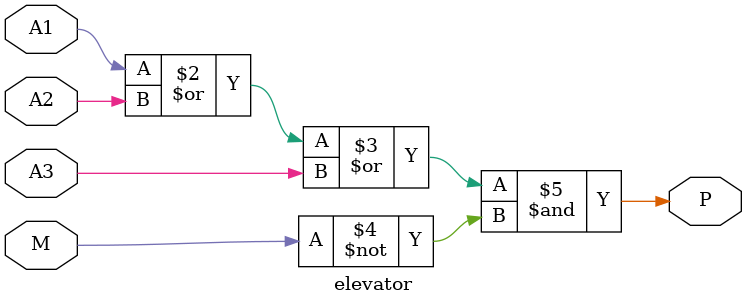
<source format=sv>
module elevator(
    input logic A1, A2, A3, M,
    output logic P
);
  
  	// podemos escrever a expressão lógica quando já sabemos ela
  	
  always_comb P <= (A1 | A2 | A3) & ~M;
  
  
endmodule

</source>
